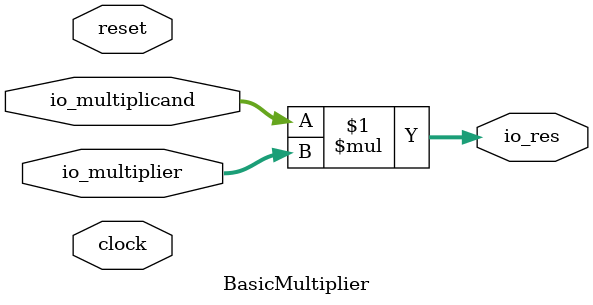
<source format=v>
module BasicMultiplier(
  input         clock,
  input         reset,
  input  [15:0] io_multiplicand,
  input  [15:0] io_multiplier,
  output [31:0] io_res
);
  assign io_res = io_multiplicand * io_multiplier; // @[basemulti.scala 14:10]
endmodule

</source>
